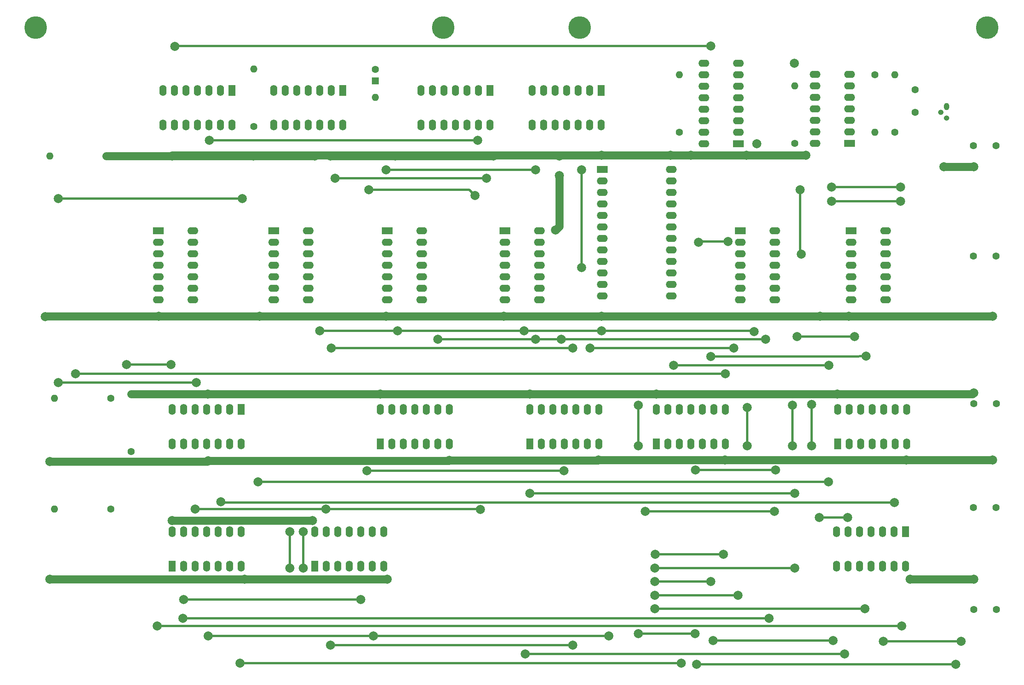
<source format=gbr>
G04 #@! TF.GenerationSoftware,KiCad,Pcbnew,(6.0.4-0)*
G04 #@! TF.CreationDate,2022-10-26T18:18:55+11:00*
G04 #@! TF.ProjectId,educ 8 timing ,65647563-2038-4207-9469-6d696e67202e,rev?*
G04 #@! TF.SameCoordinates,Original*
G04 #@! TF.FileFunction,Copper,L1,Top*
G04 #@! TF.FilePolarity,Positive*
%FSLAX46Y46*%
G04 Gerber Fmt 4.6, Leading zero omitted, Abs format (unit mm)*
G04 Created by KiCad (PCBNEW (6.0.4-0)) date 2022-10-26 18:18:55*
%MOMM*%
%LPD*%
G01*
G04 APERTURE LIST*
G04 #@! TA.AperFunction,ComponentPad*
%ADD10C,1.600000*%
G04 #@! TD*
G04 #@! TA.AperFunction,ComponentPad*
%ADD11R,1.600000X1.600000*%
G04 #@! TD*
G04 #@! TA.AperFunction,ComponentPad*
%ADD12O,1.600000X1.600000*%
G04 #@! TD*
G04 #@! TA.AperFunction,ComponentPad*
%ADD13O,1.200000X1.600000*%
G04 #@! TD*
G04 #@! TA.AperFunction,ComponentPad*
%ADD14O,1.200000X1.200000*%
G04 #@! TD*
G04 #@! TA.AperFunction,ComponentPad*
%ADD15R,1.600000X2.400000*%
G04 #@! TD*
G04 #@! TA.AperFunction,ComponentPad*
%ADD16O,1.600000X2.400000*%
G04 #@! TD*
G04 #@! TA.AperFunction,ComponentPad*
%ADD17R,2.400000X1.600000*%
G04 #@! TD*
G04 #@! TA.AperFunction,ComponentPad*
%ADD18O,2.400000X1.600000*%
G04 #@! TD*
G04 #@! TA.AperFunction,ComponentPad*
%ADD19C,2.000000*%
G04 #@! TD*
G04 #@! TA.AperFunction,ComponentPad*
%ADD20C,5.000000*%
G04 #@! TD*
G04 #@! TA.AperFunction,ViaPad*
%ADD21C,2.000000*%
G04 #@! TD*
G04 #@! TA.AperFunction,Conductor*
%ADD22C,0.500000*%
G04 #@! TD*
G04 #@! TA.AperFunction,Conductor*
%ADD23C,1.778000*%
G04 #@! TD*
G04 APERTURE END LIST*
D10*
X219075000Y-43815000D03*
X219075000Y-38815000D03*
D11*
X99900000Y-36900000D03*
D10*
X99900000Y-34400000D03*
X41500000Y-131500000D03*
D12*
X29000000Y-131500000D03*
D10*
X232029000Y-153670000D03*
X237029000Y-153670000D03*
X232029000Y-108204000D03*
X237029000Y-108204000D03*
X40500000Y-53500000D03*
D12*
X28000000Y-53500000D03*
D10*
X232000000Y-131100000D03*
X237000000Y-131100000D03*
X232000000Y-51200000D03*
X237000000Y-51200000D03*
X41500000Y-107000000D03*
D12*
X29000000Y-107000000D03*
D13*
X226060000Y-42545000D03*
D14*
X224790000Y-43815000D03*
X226060000Y-45085000D03*
D10*
X192500000Y-50700000D03*
D12*
X192500000Y-38000000D03*
D10*
X210185000Y-35560000D03*
D12*
X210185000Y-48260000D03*
D10*
X167005000Y-48260000D03*
D12*
X167005000Y-35560000D03*
D10*
X99900000Y-53250000D03*
D12*
X99900000Y-40550000D03*
D10*
X73025000Y-46990000D03*
D12*
X73025000Y-34290000D03*
D10*
X46000000Y-118745000D03*
D12*
X46000000Y-106045000D03*
D15*
X92740000Y-39000000D03*
D16*
X90200000Y-39000000D03*
X87660000Y-39000000D03*
X85120000Y-39000000D03*
X82580000Y-39000000D03*
X80040000Y-39000000D03*
X77500000Y-39000000D03*
X77500000Y-46620000D03*
X80040000Y-46620000D03*
X82580000Y-46620000D03*
X85120000Y-46620000D03*
X87660000Y-46620000D03*
X90200000Y-46620000D03*
X92740000Y-46620000D03*
D15*
X125240000Y-39000000D03*
D16*
X122700000Y-39000000D03*
X120160000Y-39000000D03*
X117620000Y-39000000D03*
X115080000Y-39000000D03*
X112540000Y-39000000D03*
X110000000Y-39000000D03*
X110000000Y-46620000D03*
X112540000Y-46620000D03*
X115080000Y-46620000D03*
X117620000Y-46620000D03*
X120160000Y-46620000D03*
X122700000Y-46620000D03*
X125240000Y-46620000D03*
D15*
X149740000Y-39000000D03*
D16*
X147200000Y-39000000D03*
X144660000Y-39000000D03*
X142120000Y-39000000D03*
X139580000Y-39000000D03*
X137040000Y-39000000D03*
X134500000Y-39000000D03*
X134500000Y-46620000D03*
X137040000Y-46620000D03*
X139580000Y-46620000D03*
X142120000Y-46620000D03*
X144660000Y-46620000D03*
X147200000Y-46620000D03*
X149740000Y-46620000D03*
D17*
X180120000Y-50780000D03*
D18*
X180120000Y-48240000D03*
X180120000Y-45700000D03*
X180120000Y-43160000D03*
X180120000Y-40620000D03*
X180120000Y-38080000D03*
X180120000Y-35540000D03*
X180120000Y-33000000D03*
X172500000Y-33000000D03*
X172500000Y-35540000D03*
X172500000Y-38080000D03*
X172500000Y-40620000D03*
X172500000Y-43160000D03*
X172500000Y-45700000D03*
X172500000Y-48240000D03*
X172500000Y-50780000D03*
D17*
X52000000Y-70000000D03*
D18*
X52000000Y-72540000D03*
X52000000Y-75080000D03*
X52000000Y-77620000D03*
X52000000Y-80160000D03*
X52000000Y-82700000D03*
X52000000Y-85240000D03*
X59620000Y-85240000D03*
X59620000Y-82700000D03*
X59620000Y-80160000D03*
X59620000Y-77620000D03*
X59620000Y-75080000D03*
X59620000Y-72540000D03*
X59620000Y-70000000D03*
D17*
X77500000Y-70000000D03*
D18*
X77500000Y-72540000D03*
X77500000Y-75080000D03*
X77500000Y-77620000D03*
X77500000Y-80160000D03*
X77500000Y-82700000D03*
X77500000Y-85240000D03*
X85120000Y-85240000D03*
X85120000Y-82700000D03*
X85120000Y-80160000D03*
X85120000Y-77620000D03*
X85120000Y-75080000D03*
X85120000Y-72540000D03*
X85120000Y-70000000D03*
D17*
X102500000Y-70000000D03*
D18*
X102500000Y-72540000D03*
X102500000Y-75080000D03*
X102500000Y-77620000D03*
X102500000Y-80160000D03*
X102500000Y-82700000D03*
X102500000Y-85240000D03*
X110120000Y-85240000D03*
X110120000Y-82700000D03*
X110120000Y-80160000D03*
X110120000Y-77620000D03*
X110120000Y-75080000D03*
X110120000Y-72540000D03*
X110120000Y-70000000D03*
D17*
X128500000Y-70000000D03*
D18*
X128500000Y-72540000D03*
X128500000Y-75080000D03*
X128500000Y-77620000D03*
X128500000Y-80160000D03*
X128500000Y-82700000D03*
X128500000Y-85240000D03*
X136120000Y-85240000D03*
X136120000Y-82700000D03*
X136120000Y-80160000D03*
X136120000Y-77620000D03*
X136120000Y-75080000D03*
X136120000Y-72540000D03*
X136120000Y-70000000D03*
D17*
X180500000Y-70000000D03*
D18*
X180500000Y-72540000D03*
X180500000Y-75080000D03*
X180500000Y-77620000D03*
X180500000Y-80160000D03*
X180500000Y-82700000D03*
X180500000Y-85240000D03*
X188120000Y-85240000D03*
X188120000Y-82700000D03*
X188120000Y-80160000D03*
X188120000Y-77620000D03*
X188120000Y-75080000D03*
X188120000Y-72540000D03*
X188120000Y-70000000D03*
D17*
X205000000Y-70000000D03*
D18*
X205000000Y-72540000D03*
X205000000Y-75080000D03*
X205000000Y-77620000D03*
X205000000Y-80160000D03*
X205000000Y-82700000D03*
X205000000Y-85240000D03*
X212620000Y-85240000D03*
X212620000Y-82700000D03*
X212620000Y-80160000D03*
X212620000Y-77620000D03*
X212620000Y-75080000D03*
X212620000Y-72540000D03*
X212620000Y-70000000D03*
D15*
X70240000Y-109500000D03*
D16*
X67700000Y-109500000D03*
X65160000Y-109500000D03*
X62620000Y-109500000D03*
X60080000Y-109500000D03*
X57540000Y-109500000D03*
X55000000Y-109500000D03*
X55000000Y-117120000D03*
X57540000Y-117120000D03*
X60080000Y-117120000D03*
X62620000Y-117120000D03*
X65160000Y-117120000D03*
X67700000Y-117120000D03*
X70240000Y-117120000D03*
D15*
X101000000Y-117120000D03*
D16*
X103540000Y-117120000D03*
X106080000Y-117120000D03*
X108620000Y-117120000D03*
X111160000Y-117120000D03*
X113700000Y-117120000D03*
X116240000Y-117120000D03*
X116240000Y-109500000D03*
X113700000Y-109500000D03*
X111160000Y-109500000D03*
X108620000Y-109500000D03*
X106080000Y-109500000D03*
X103540000Y-109500000D03*
X101000000Y-109500000D03*
D15*
X134000000Y-117120000D03*
D16*
X136540000Y-117120000D03*
X139080000Y-117120000D03*
X141620000Y-117120000D03*
X144160000Y-117120000D03*
X146700000Y-117120000D03*
X149240000Y-117120000D03*
X149240000Y-109500000D03*
X146700000Y-109500000D03*
X144160000Y-109500000D03*
X141620000Y-109500000D03*
X139080000Y-109500000D03*
X136540000Y-109500000D03*
X134000000Y-109500000D03*
D15*
X162000000Y-117120000D03*
D16*
X164540000Y-117120000D03*
X167080000Y-117120000D03*
X169620000Y-117120000D03*
X172160000Y-117120000D03*
X174700000Y-117120000D03*
X177240000Y-117120000D03*
X177240000Y-109500000D03*
X174700000Y-109500000D03*
X172160000Y-109500000D03*
X169620000Y-109500000D03*
X167080000Y-109500000D03*
X164540000Y-109500000D03*
X162000000Y-109500000D03*
D15*
X202000000Y-117120000D03*
D16*
X204540000Y-117120000D03*
X207080000Y-117120000D03*
X209620000Y-117120000D03*
X212160000Y-117120000D03*
X214700000Y-117120000D03*
X217240000Y-117120000D03*
X217240000Y-109500000D03*
X214700000Y-109500000D03*
X212160000Y-109500000D03*
X209620000Y-109500000D03*
X207080000Y-109500000D03*
X204540000Y-109500000D03*
X202000000Y-109500000D03*
D15*
X55000000Y-144120000D03*
D16*
X57540000Y-144120000D03*
X60080000Y-144120000D03*
X62620000Y-144120000D03*
X65160000Y-144120000D03*
X67700000Y-144120000D03*
X70240000Y-144120000D03*
X70240000Y-136500000D03*
X67700000Y-136500000D03*
X65160000Y-136500000D03*
X62620000Y-136500000D03*
X60080000Y-136500000D03*
X57540000Y-136500000D03*
X55000000Y-136500000D03*
D15*
X86500000Y-144120000D03*
D16*
X89040000Y-144120000D03*
X91580000Y-144120000D03*
X94120000Y-144120000D03*
X96660000Y-144120000D03*
X99200000Y-144120000D03*
X101740000Y-144120000D03*
X101740000Y-136500000D03*
X99200000Y-136500000D03*
X96660000Y-136500000D03*
X94120000Y-136500000D03*
X91580000Y-136500000D03*
X89040000Y-136500000D03*
X86500000Y-136500000D03*
D15*
X217000000Y-136500000D03*
D16*
X214460000Y-136500000D03*
X211920000Y-136500000D03*
X209380000Y-136500000D03*
X206840000Y-136500000D03*
X204300000Y-136500000D03*
X201760000Y-136500000D03*
X201760000Y-144120000D03*
X204300000Y-144120000D03*
X206840000Y-144120000D03*
X209380000Y-144120000D03*
X211920000Y-144120000D03*
X214460000Y-144120000D03*
X217000000Y-144120000D03*
D15*
X68240000Y-39000000D03*
D16*
X65700000Y-39000000D03*
X63160000Y-39000000D03*
X60620000Y-39000000D03*
X58080000Y-39000000D03*
X55540000Y-39000000D03*
X53000000Y-39000000D03*
X53000000Y-46620000D03*
X55540000Y-46620000D03*
X58080000Y-46620000D03*
X60620000Y-46620000D03*
X63160000Y-46620000D03*
X65700000Y-46620000D03*
X68240000Y-46620000D03*
D17*
X204620000Y-50700000D03*
D18*
X204620000Y-48160000D03*
X204620000Y-45620000D03*
X204620000Y-43080000D03*
X204620000Y-40540000D03*
X204620000Y-38000000D03*
X204620000Y-35460000D03*
X197000000Y-35460000D03*
X197000000Y-38000000D03*
X197000000Y-40540000D03*
X197000000Y-43080000D03*
X197000000Y-45620000D03*
X197000000Y-48160000D03*
X197000000Y-50700000D03*
D10*
X214630000Y-48260000D03*
D12*
X214630000Y-35560000D03*
D17*
X150000000Y-56500000D03*
D18*
X150000000Y-59040000D03*
X150000000Y-61580000D03*
X150000000Y-64120000D03*
X150000000Y-66660000D03*
X150000000Y-69200000D03*
X150000000Y-71740000D03*
X150000000Y-74280000D03*
X150000000Y-76820000D03*
X150000000Y-79360000D03*
X150000000Y-81900000D03*
X150000000Y-84440000D03*
X165240000Y-84440000D03*
X165240000Y-81900000D03*
X165240000Y-79360000D03*
X165240000Y-76820000D03*
X165240000Y-74280000D03*
X165240000Y-71740000D03*
X165240000Y-69200000D03*
X165240000Y-66660000D03*
X165240000Y-64120000D03*
X165240000Y-61580000D03*
X165240000Y-59040000D03*
X165240000Y-56500000D03*
D10*
X232000000Y-75600000D03*
X237000000Y-75600000D03*
D19*
X192405000Y-33020000D03*
X184150000Y-50800000D03*
D20*
X145000000Y-25100000D03*
X235000000Y-25100000D03*
X114900000Y-25100000D03*
X24900000Y-25100000D03*
D21*
X212090000Y-160655000D03*
X229235000Y-160655000D03*
X149860000Y-88900000D03*
X28000000Y-147000000D03*
X63000000Y-120800000D03*
X236220000Y-120600000D03*
X149200000Y-120600000D03*
X236220000Y-88900000D03*
X74295000Y-88900000D03*
X217200000Y-120600000D03*
X204470000Y-88900000D03*
X52070000Y-88900000D03*
X177100000Y-120600000D03*
X102500000Y-147000000D03*
X28000000Y-121000000D03*
X116205000Y-120700000D03*
X71000000Y-147000000D03*
X27000000Y-89000000D03*
X128270000Y-88900000D03*
X198120000Y-88900000D03*
X102235000Y-88900000D03*
X161925000Y-106045000D03*
X232029000Y-146971000D03*
X86500000Y-53500000D03*
X169545000Y-53340000D03*
X232029000Y-105791000D03*
X55000000Y-134000000D03*
X55000000Y-53500000D03*
X90000000Y-53500000D03*
X126000000Y-53500000D03*
X62865000Y-106045000D03*
X194945000Y-53340000D03*
X149860000Y-53340000D03*
X104300000Y-53500000D03*
X181840000Y-53340000D03*
X133985000Y-106045000D03*
X139700000Y-69850000D03*
X140500000Y-57800000D03*
X218000000Y-147000000D03*
X232029000Y-55900000D03*
X73000000Y-53500000D03*
X100965000Y-106045000D03*
X225425000Y-55880000D03*
X165100000Y-53340000D03*
X140500000Y-53500000D03*
X201930000Y-106045000D03*
X86000000Y-134000000D03*
X228075000Y-165735000D03*
X170815000Y-165735000D03*
X51688000Y-157312000D03*
X216188000Y-157312000D03*
X161586994Y-153500000D03*
X208000000Y-153500000D03*
X145415000Y-78105000D03*
X134000000Y-128000000D03*
X192500000Y-128000000D03*
X122500000Y-50000000D03*
X145415000Y-56515000D03*
X63200000Y-50000000D03*
X161644998Y-144500000D03*
X192500000Y-144500000D03*
X193040000Y-93345000D03*
X182000000Y-117500000D03*
X182000000Y-109000000D03*
X205740000Y-93345000D03*
X159500000Y-132000000D03*
X188000000Y-132000000D03*
X188308996Y-122809000D03*
X170500000Y-159032010D03*
X158000000Y-159032010D03*
X170560994Y-122809000D03*
X180000000Y-150500000D03*
X161665994Y-150500000D03*
X161671000Y-141478000D03*
X176783999Y-141478000D03*
X161597004Y-147500000D03*
X174000000Y-147500000D03*
X174500000Y-160500000D03*
X201000000Y-160500000D03*
X70000000Y-165500000D03*
X167500000Y-165500000D03*
X81000000Y-136500000D03*
X81000000Y-144500000D03*
X96700000Y-151500000D03*
X57600000Y-151500000D03*
X133000000Y-163500000D03*
X196215000Y-117475000D03*
X196215000Y-108404000D03*
X203500000Y-163500000D03*
X143500000Y-161500000D03*
X90000000Y-161500000D03*
X63000000Y-159500000D03*
X99500000Y-159500000D03*
X151500000Y-159500000D03*
X33655000Y-101600000D03*
X177165000Y-101600000D03*
X55600000Y-29300000D03*
X200025000Y-99695000D03*
X177800000Y-72390000D03*
X70485000Y-62865000D03*
X173990000Y-29210000D03*
X171265000Y-72540000D03*
X29845000Y-103505000D03*
X29845000Y-62865000D03*
X60325000Y-103505000D03*
X165735000Y-99695000D03*
X141600000Y-123050500D03*
X98000000Y-123000000D03*
X121920000Y-62230000D03*
X98425000Y-60960000D03*
X90170000Y-95885000D03*
X143510000Y-95885000D03*
X135255000Y-56515000D03*
X102235000Y-56515000D03*
X158000000Y-108500000D03*
X158000000Y-117500000D03*
X193675000Y-60960000D03*
X193938724Y-75193724D03*
X173990000Y-97790000D03*
X208300000Y-97700000D03*
X44958000Y-99568000D03*
X54737000Y-99567996D03*
X183515000Y-92260000D03*
X87630000Y-92075000D03*
X132715000Y-92075000D03*
X104775000Y-92075000D03*
X149860000Y-92075000D03*
X124475174Y-58404826D03*
X91000000Y-58420000D03*
X140970000Y-93980000D03*
X113665000Y-93980000D03*
X186055000Y-93980000D03*
X135255000Y-93980000D03*
X200660000Y-63500000D03*
X215900000Y-63500000D03*
X147320000Y-95885000D03*
X179070000Y-95885000D03*
X186823695Y-155591990D03*
X192000000Y-117500000D03*
X57441017Y-155591990D03*
X192000000Y-108500000D03*
X200660000Y-60325000D03*
X215900000Y-60325000D03*
X200000000Y-125500000D03*
X74000000Y-125500000D03*
X214500000Y-130000000D03*
X65800000Y-129900000D03*
X123071999Y-131571999D03*
X60100000Y-131500000D03*
X88999998Y-131499998D03*
X204200000Y-133300000D03*
X197935000Y-133350000D03*
X84000000Y-144500000D03*
X84000000Y-136500000D03*
D22*
X55700000Y-29200000D02*
X55600000Y-29300000D01*
X173990000Y-29210000D02*
X173980000Y-29200000D01*
X173980000Y-29200000D02*
X55700000Y-29200000D01*
X229235000Y-160655000D02*
X212090000Y-160655000D01*
D23*
X204470000Y-88900000D02*
X236220000Y-88900000D01*
X52070000Y-88900000D02*
X27100000Y-88900000D01*
X198120000Y-88900000D02*
X149860000Y-88900000D01*
X102235000Y-88900000D02*
X128270000Y-88900000D01*
X62800000Y-121000000D02*
X28000000Y-121000000D01*
X63000000Y-120800000D02*
X62800000Y-121000000D01*
X52070000Y-88900000D02*
X71120000Y-88900000D01*
X128270000Y-88900000D02*
X149860000Y-88900000D01*
X177100000Y-120600000D02*
X149200000Y-120600000D01*
X102500000Y-147000000D02*
X71000000Y-147000000D01*
X149200000Y-120600000D02*
X149100000Y-120700000D01*
X98425000Y-88900000D02*
X102235000Y-88900000D01*
X71000000Y-147000000D02*
X28000000Y-147000000D01*
X74295000Y-88900000D02*
X98425000Y-88900000D01*
X116205000Y-120700000D02*
X116105000Y-120800000D01*
X116105000Y-120800000D02*
X63000000Y-120800000D01*
X217200000Y-120600000D02*
X177100000Y-120600000D01*
X149100000Y-120700000D02*
X116205000Y-120700000D01*
X71120000Y-88900000D02*
X74295000Y-88900000D01*
X27100000Y-88900000D02*
X27000000Y-89000000D01*
X204470000Y-88900000D02*
X198120000Y-88900000D01*
X236220000Y-120600000D02*
X217200000Y-120600000D01*
X161925000Y-106045000D02*
X201295000Y-106045000D01*
X133985000Y-106045000D02*
X161925000Y-106045000D01*
X100965000Y-106045000D02*
X133985000Y-106045000D01*
X62865000Y-106045000D02*
X100965000Y-106045000D01*
X232000000Y-147000000D02*
X232029000Y-146971000D01*
X201295000Y-106045000D02*
X201930000Y-106045000D01*
X55000000Y-53500000D02*
X40500000Y-53500000D01*
X225425000Y-55880000D02*
X231775000Y-55880000D01*
X90000000Y-53500000D02*
X104300000Y-53500000D01*
X201295000Y-106045000D02*
X231775000Y-106045000D01*
X46000000Y-106045000D02*
X62865000Y-106045000D01*
X169545000Y-53340000D02*
X194945000Y-53340000D01*
X231775000Y-106045000D02*
X232029000Y-105791000D01*
X104300000Y-53500000D02*
X126000000Y-53500000D01*
X55000000Y-53500000D02*
X73000000Y-53500000D01*
X218000000Y-147000000D02*
X232000000Y-147000000D01*
X86000000Y-134000000D02*
X55000000Y-134000000D01*
X55160000Y-53340000D02*
X55000000Y-53500000D01*
X140500000Y-57800000D02*
X140500000Y-69050000D01*
X165100000Y-53340000D02*
X149860000Y-53340000D01*
X73000000Y-53500000D02*
X86500000Y-53500000D01*
X140500000Y-69050000D02*
X139700000Y-69850000D01*
X194945000Y-53340000D02*
X55160000Y-53340000D01*
D22*
X170815000Y-165735000D02*
X228075000Y-165735000D01*
X89142396Y-157312000D02*
X51688000Y-157312000D01*
X89174398Y-157279998D02*
X89142396Y-157312000D01*
X90825602Y-157279998D02*
X89174398Y-157279998D01*
X216188000Y-157312000D02*
X90857604Y-157312000D01*
X90857604Y-157312000D02*
X90825602Y-157279998D01*
X208000000Y-153500000D02*
X161586994Y-153500000D01*
X134000000Y-128000000D02*
X192500000Y-128000000D01*
X145415000Y-56515000D02*
X145415000Y-78105000D01*
X63200000Y-50000000D02*
X122500000Y-50000000D01*
X192500000Y-144500000D02*
X191085787Y-144500000D01*
X191085787Y-144500000D02*
X161644998Y-144500000D01*
X182000000Y-117500000D02*
X182000000Y-109000000D01*
X205740000Y-93345000D02*
X193040000Y-93345000D01*
X159500000Y-132000000D02*
X188000000Y-132000000D01*
X170500000Y-159032010D02*
X168703949Y-159032010D01*
X168703949Y-159032010D02*
X158000000Y-159032010D01*
X170560994Y-122809000D02*
X188308996Y-122809000D01*
X180000000Y-150500000D02*
X178585787Y-150500000D01*
X178585787Y-150500000D02*
X161665994Y-150500000D01*
X161671000Y-141478000D02*
X176783999Y-141478000D01*
X172585787Y-147500000D02*
X161597004Y-147500000D01*
X174000000Y-147500000D02*
X172585787Y-147500000D01*
X174500000Y-160500000D02*
X201000000Y-160500000D01*
X167500000Y-165500000D02*
X70000000Y-165500000D01*
X81000000Y-136500000D02*
X81000000Y-144500000D01*
X57600000Y-151500000D02*
X96700000Y-151500000D01*
X196215000Y-108404000D02*
X196215000Y-117475000D01*
X133000000Y-163500000D02*
X203500000Y-163500000D01*
X90000000Y-161500000D02*
X119000000Y-161500000D01*
X119000000Y-161500000D02*
X143500000Y-161500000D01*
X151500000Y-159500000D02*
X99500000Y-159500000D01*
X99500000Y-159500000D02*
X63000000Y-159500000D01*
X177165000Y-101600000D02*
X56629002Y-101600000D01*
X56629002Y-101600000D02*
X33655000Y-101600000D01*
X60325000Y-103505000D02*
X29845000Y-103505000D01*
X171415000Y-72390000D02*
X171265000Y-72540000D01*
X177800000Y-72390000D02*
X171415000Y-72390000D01*
X165735000Y-99695000D02*
X200025000Y-99695000D01*
X29845000Y-62865000D02*
X70485000Y-62865000D01*
X141549500Y-123000000D02*
X98000000Y-123000000D01*
X141600000Y-123050500D02*
X141549500Y-123000000D01*
X121920000Y-62230000D02*
X120650000Y-60960000D01*
X120650000Y-60960000D02*
X98425000Y-60960000D01*
X90170000Y-95885000D02*
X143510000Y-95885000D01*
X135255000Y-56515000D02*
X102235000Y-56515000D01*
X158000000Y-108500000D02*
X158000000Y-117500000D01*
X208300000Y-97700000D02*
X205105000Y-97790000D01*
X193675000Y-74930000D02*
X193938724Y-75193724D01*
X193675000Y-60960000D02*
X193675000Y-74930000D01*
X205105000Y-97790000D02*
X173990000Y-97790000D01*
X54737000Y-99567996D02*
X44958004Y-99567996D01*
X44958004Y-99567996D02*
X44958000Y-99568000D01*
X132715000Y-92075000D02*
X149860000Y-92075000D01*
X132715000Y-92075000D02*
X104775000Y-92075000D01*
X104775000Y-92075000D02*
X100330000Y-92075000D01*
X183330000Y-92075000D02*
X183515000Y-92260000D01*
X100330000Y-92075000D02*
X87630000Y-92075000D01*
X149860000Y-92075000D02*
X183330000Y-92075000D01*
X91000000Y-58420000D02*
X124475174Y-58404826D01*
X113665000Y-93980000D02*
X135255000Y-93980000D01*
X140970000Y-93980000D02*
X186055000Y-93980000D01*
X135255000Y-93980000D02*
X140970000Y-93980000D01*
X200660000Y-63500000D02*
X215900000Y-63500000D01*
X147320000Y-95885000D02*
X179070000Y-95885000D01*
X136173988Y-155591990D02*
X57441017Y-155591990D01*
X192000000Y-108500000D02*
X192000000Y-117500000D01*
X186823695Y-155591990D02*
X136173988Y-155591990D01*
X200660000Y-60325000D02*
X215900000Y-60325000D01*
X74000000Y-125500000D02*
X76000000Y-125500000D01*
X76000000Y-125500000D02*
X200000000Y-125500000D01*
X214500000Y-130000000D02*
X65900000Y-130000000D01*
X65900000Y-130000000D02*
X65800000Y-129900000D01*
X60100000Y-131500000D02*
X88999995Y-131500001D01*
X122999998Y-131499998D02*
X123071999Y-131571999D01*
X88999995Y-131500001D02*
X88999998Y-131499998D01*
X88999998Y-131499998D02*
X122999998Y-131499998D01*
X204150000Y-133350000D02*
X204200000Y-133300000D01*
X197935000Y-133350000D02*
X204150000Y-133350000D01*
X84000000Y-136500000D02*
X84000000Y-144500000D01*
M02*

</source>
